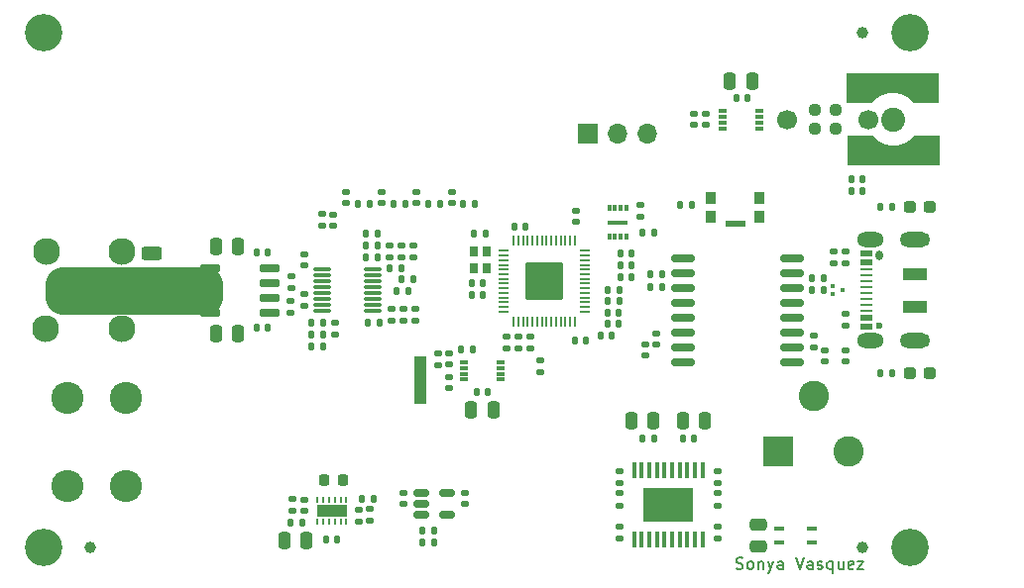
<source format=gts>
G04 #@! TF.GenerationSoftware,KiCad,Pcbnew,7.0.6-7.0.6~ubuntu20.04.1*
G04 #@! TF.CreationDate,2023-10-16T12:06:56-07:00*
G04 #@! TF.ProjectId,harp_lick_detector_capactive,68617270-5f6c-4696-936b-5f6465746563,rev?*
G04 #@! TF.SameCoordinates,PX640a5a0PY7088980*
G04 #@! TF.FileFunction,Soldermask,Top*
G04 #@! TF.FilePolarity,Negative*
%FSLAX46Y46*%
G04 Gerber Fmt 4.6, Leading zero omitted, Abs format (unit mm)*
G04 Created by KiCad (PCBNEW 7.0.6-7.0.6~ubuntu20.04.1) date 2023-10-16 12:06:56*
%MOMM*%
%LPD*%
G01*
G04 APERTURE LIST*
G04 Aperture macros list*
%AMRoundRect*
0 Rectangle with rounded corners*
0 $1 Rounding radius*
0 $2 $3 $4 $5 $6 $7 $8 $9 X,Y pos of 4 corners*
0 Add a 4 corners polygon primitive as box body*
4,1,4,$2,$3,$4,$5,$6,$7,$8,$9,$2,$3,0*
0 Add four circle primitives for the rounded corners*
1,1,$1+$1,$2,$3*
1,1,$1+$1,$4,$5*
1,1,$1+$1,$6,$7*
1,1,$1+$1,$8,$9*
0 Add four rect primitives between the rounded corners*
20,1,$1+$1,$2,$3,$4,$5,0*
20,1,$1+$1,$4,$5,$6,$7,0*
20,1,$1+$1,$6,$7,$8,$9,0*
20,1,$1+$1,$8,$9,$2,$3,0*%
%AMFreePoly0*
4,1,40,6.515355,1.015355,6.530000,0.980000,6.530000,-1.460000,6.515355,-1.495355,6.480000,-1.510000,4.370000,-1.510000,4.367882,-1.509122,4.365698,-1.509814,4.350485,-1.501916,4.334645,-1.495355,4.333768,-1.493237,4.331734,-1.492182,4.233315,-1.375157,4.010127,-1.166713,3.760982,-0.990847,3.490207,-0.850543,3.202844,-0.748414,2.904254,-0.686367,2.599999,-0.665555,2.295745,-0.686367,
1.997154,-0.748415,1.709792,-0.850543,1.439022,-0.990844,1.189872,-1.166713,0.966684,-1.375157,0.868266,-1.492182,0.866231,-1.493237,0.865355,-1.495355,0.849514,-1.501916,0.834302,-1.509814,0.832117,-1.509122,0.830000,-1.510000,-1.280000,-1.510000,-1.315355,-1.495355,-1.330000,-1.460000,-1.330000,0.980000,-1.315355,1.015355,-1.280000,1.030000,6.480000,1.030000,6.515355,1.015355,
6.515355,1.015355,$1*%
G04 Aperture macros list end*
%ADD10C,3.000000*%
%ADD11C,0.150000*%
%ADD12C,2.200000*%
%ADD13C,2.300000*%
%ADD14RoundRect,0.140000X-0.140000X-0.170000X0.140000X-0.170000X0.140000X0.170000X-0.140000X0.170000X0*%
%ADD15RoundRect,0.135000X0.185000X-0.135000X0.185000X0.135000X-0.185000X0.135000X-0.185000X-0.135000X0*%
%ADD16RoundRect,0.237500X0.287500X0.237500X-0.287500X0.237500X-0.287500X-0.237500X0.287500X-0.237500X0*%
%ADD17RoundRect,0.140000X0.140000X0.170000X-0.140000X0.170000X-0.140000X-0.170000X0.140000X-0.170000X0*%
%ADD18R,2.600000X2.600000*%
%ADD19C,2.600000*%
%ADD20RoundRect,0.140000X-0.170000X0.140000X-0.170000X-0.140000X0.170000X-0.140000X0.170000X0.140000X0*%
%ADD21RoundRect,0.250000X-0.475000X0.250000X-0.475000X-0.250000X0.475000X-0.250000X0.475000X0.250000X0*%
%ADD22RoundRect,0.135000X0.135000X0.185000X-0.135000X0.185000X-0.135000X-0.185000X0.135000X-0.185000X0*%
%ADD23RoundRect,0.135000X-0.185000X0.135000X-0.185000X-0.135000X0.185000X-0.135000X0.185000X0.135000X0*%
%ADD24RoundRect,0.135000X-0.135000X-0.185000X0.135000X-0.185000X0.135000X0.185000X-0.135000X0.185000X0*%
%ADD25R,0.300000X0.300000*%
%ADD26RoundRect,0.250000X-0.625000X0.312500X-0.625000X-0.312500X0.625000X-0.312500X0.625000X0.312500X0*%
%ADD27RoundRect,0.140000X0.170000X-0.140000X0.170000X0.140000X-0.170000X0.140000X-0.170000X-0.140000X0*%
%ADD28R,0.250000X0.500000*%
%ADD29R,2.650000X1.000000*%
%ADD30RoundRect,0.250000X-0.250000X-0.475000X0.250000X-0.475000X0.250000X0.475000X-0.250000X0.475000X0*%
%ADD31RoundRect,0.250000X0.250000X0.475000X-0.250000X0.475000X-0.250000X-0.475000X0.250000X-0.475000X0*%
%ADD32RoundRect,0.150000X-0.725000X-0.150000X0.725000X-0.150000X0.725000X0.150000X-0.725000X0.150000X0*%
%ADD33R,0.800000X0.300000*%
%ADD34C,3.200000*%
%ADD35RoundRect,0.050000X-0.050000X0.387500X-0.050000X-0.387500X0.050000X-0.387500X0.050000X0.387500X0*%
%ADD36RoundRect,0.050000X-0.387500X0.050000X-0.387500X-0.050000X0.387500X-0.050000X0.387500X0.050000X0*%
%ADD37RoundRect,0.144000X-1.456000X1.456000X-1.456000X-1.456000X1.456000X-1.456000X1.456000X1.456000X0*%
%ADD38RoundRect,0.237500X-0.250000X-0.237500X0.250000X-0.237500X0.250000X0.237500X-0.250000X0.237500X0*%
%ADD39C,0.600000*%
%ADD40R,2.000000X1.000000*%
%ADD41O,0.600000X0.850000*%
%ADD42R,1.000000X0.520000*%
%ADD43R,1.000000X0.270000*%
%ADD44O,2.300000X1.300000*%
%ADD45O,2.600000X1.300000*%
%ADD46R,0.900000X1.000000*%
%ADD47R,1.700000X0.550000*%
%ADD48RoundRect,0.075000X-0.650000X-0.075000X0.650000X-0.075000X0.650000X0.075000X-0.650000X0.075000X0*%
%ADD49R,0.800000X0.900000*%
%ADD50RoundRect,0.147500X-0.172500X0.147500X-0.172500X-0.147500X0.172500X-0.147500X0.172500X0.147500X0*%
%ADD51C,1.000000*%
%ADD52RoundRect,0.150000X0.875000X0.150000X-0.875000X0.150000X-0.875000X-0.150000X0.875000X-0.150000X0*%
%ADD53C,2.050000*%
%ADD54FreePoly0,180.000000*%
%ADD55FreePoly0,0.000000*%
%ADD56RoundRect,0.147500X0.147500X0.172500X-0.147500X0.172500X-0.147500X-0.172500X0.147500X-0.172500X0*%
%ADD57R,0.450000X1.450000*%
%ADD58R,4.200000X3.000000*%
%ADD59RoundRect,0.160000X-0.197500X-0.160000X0.197500X-0.160000X0.197500X0.160000X-0.197500X0.160000X0*%
%ADD60C,2.750000*%
%ADD61RoundRect,0.225000X-0.225000X-0.250000X0.225000X-0.250000X0.225000X0.250000X-0.225000X0.250000X0*%
%ADD62R,1.700000X1.700000*%
%ADD63O,1.700000X1.700000*%
%ADD64R,0.300000X0.600000*%
%ADD65R,1.700000X0.300000*%
%ADD66RoundRect,0.100000X0.350000X0.100000X-0.350000X0.100000X-0.350000X-0.100000X0.350000X-0.100000X0*%
%ADD67RoundRect,0.150000X-0.512500X-0.150000X0.512500X-0.150000X0.512500X0.150000X-0.512500X0.150000X0*%
%ADD68R,1.000000X4.100000*%
%ADD69C,0.950000*%
%ADD70C,1.700000*%
G04 APERTURE END LIST*
D10*
X4650000Y25550000D02*
X16800000Y25550000D01*
X16800000Y24450000D01*
X4650000Y24450000D01*
X4650000Y25550000D01*
G36*
X4650000Y25550000D02*
G01*
X16800000Y25550000D01*
X16800000Y24450000D01*
X4650000Y24450000D01*
X4650000Y25550000D01*
G37*
D11*
X62189160Y1177800D02*
X62332017Y1130181D01*
X62332017Y1130181D02*
X62570112Y1130181D01*
X62570112Y1130181D02*
X62665350Y1177800D01*
X62665350Y1177800D02*
X62712969Y1225420D01*
X62712969Y1225420D02*
X62760588Y1320658D01*
X62760588Y1320658D02*
X62760588Y1415896D01*
X62760588Y1415896D02*
X62712969Y1511134D01*
X62712969Y1511134D02*
X62665350Y1558753D01*
X62665350Y1558753D02*
X62570112Y1606372D01*
X62570112Y1606372D02*
X62379636Y1653991D01*
X62379636Y1653991D02*
X62284398Y1701610D01*
X62284398Y1701610D02*
X62236779Y1749229D01*
X62236779Y1749229D02*
X62189160Y1844467D01*
X62189160Y1844467D02*
X62189160Y1939705D01*
X62189160Y1939705D02*
X62236779Y2034943D01*
X62236779Y2034943D02*
X62284398Y2082562D01*
X62284398Y2082562D02*
X62379636Y2130181D01*
X62379636Y2130181D02*
X62617731Y2130181D01*
X62617731Y2130181D02*
X62760588Y2082562D01*
X63332017Y1130181D02*
X63236779Y1177800D01*
X63236779Y1177800D02*
X63189160Y1225420D01*
X63189160Y1225420D02*
X63141541Y1320658D01*
X63141541Y1320658D02*
X63141541Y1606372D01*
X63141541Y1606372D02*
X63189160Y1701610D01*
X63189160Y1701610D02*
X63236779Y1749229D01*
X63236779Y1749229D02*
X63332017Y1796848D01*
X63332017Y1796848D02*
X63474874Y1796848D01*
X63474874Y1796848D02*
X63570112Y1749229D01*
X63570112Y1749229D02*
X63617731Y1701610D01*
X63617731Y1701610D02*
X63665350Y1606372D01*
X63665350Y1606372D02*
X63665350Y1320658D01*
X63665350Y1320658D02*
X63617731Y1225420D01*
X63617731Y1225420D02*
X63570112Y1177800D01*
X63570112Y1177800D02*
X63474874Y1130181D01*
X63474874Y1130181D02*
X63332017Y1130181D01*
X64093922Y1796848D02*
X64093922Y1130181D01*
X64093922Y1701610D02*
X64141541Y1749229D01*
X64141541Y1749229D02*
X64236779Y1796848D01*
X64236779Y1796848D02*
X64379636Y1796848D01*
X64379636Y1796848D02*
X64474874Y1749229D01*
X64474874Y1749229D02*
X64522493Y1653991D01*
X64522493Y1653991D02*
X64522493Y1130181D01*
X64903446Y1796848D02*
X65141541Y1130181D01*
X65379636Y1796848D02*
X65141541Y1130181D01*
X65141541Y1130181D02*
X65046303Y892086D01*
X65046303Y892086D02*
X64998684Y844467D01*
X64998684Y844467D02*
X64903446Y796848D01*
X66189160Y1130181D02*
X66189160Y1653991D01*
X66189160Y1653991D02*
X66141541Y1749229D01*
X66141541Y1749229D02*
X66046303Y1796848D01*
X66046303Y1796848D02*
X65855827Y1796848D01*
X65855827Y1796848D02*
X65760589Y1749229D01*
X66189160Y1177800D02*
X66093922Y1130181D01*
X66093922Y1130181D02*
X65855827Y1130181D01*
X65855827Y1130181D02*
X65760589Y1177800D01*
X65760589Y1177800D02*
X65712970Y1273039D01*
X65712970Y1273039D02*
X65712970Y1368277D01*
X65712970Y1368277D02*
X65760589Y1463515D01*
X65760589Y1463515D02*
X65855827Y1511134D01*
X65855827Y1511134D02*
X66093922Y1511134D01*
X66093922Y1511134D02*
X66189160Y1558753D01*
X67284399Y2130181D02*
X67617732Y1130181D01*
X67617732Y1130181D02*
X67951065Y2130181D01*
X68712970Y1130181D02*
X68712970Y1653991D01*
X68712970Y1653991D02*
X68665351Y1749229D01*
X68665351Y1749229D02*
X68570113Y1796848D01*
X68570113Y1796848D02*
X68379637Y1796848D01*
X68379637Y1796848D02*
X68284399Y1749229D01*
X68712970Y1177800D02*
X68617732Y1130181D01*
X68617732Y1130181D02*
X68379637Y1130181D01*
X68379637Y1130181D02*
X68284399Y1177800D01*
X68284399Y1177800D02*
X68236780Y1273039D01*
X68236780Y1273039D02*
X68236780Y1368277D01*
X68236780Y1368277D02*
X68284399Y1463515D01*
X68284399Y1463515D02*
X68379637Y1511134D01*
X68379637Y1511134D02*
X68617732Y1511134D01*
X68617732Y1511134D02*
X68712970Y1558753D01*
X69141542Y1177800D02*
X69236780Y1130181D01*
X69236780Y1130181D02*
X69427256Y1130181D01*
X69427256Y1130181D02*
X69522494Y1177800D01*
X69522494Y1177800D02*
X69570113Y1273039D01*
X69570113Y1273039D02*
X69570113Y1320658D01*
X69570113Y1320658D02*
X69522494Y1415896D01*
X69522494Y1415896D02*
X69427256Y1463515D01*
X69427256Y1463515D02*
X69284399Y1463515D01*
X69284399Y1463515D02*
X69189161Y1511134D01*
X69189161Y1511134D02*
X69141542Y1606372D01*
X69141542Y1606372D02*
X69141542Y1653991D01*
X69141542Y1653991D02*
X69189161Y1749229D01*
X69189161Y1749229D02*
X69284399Y1796848D01*
X69284399Y1796848D02*
X69427256Y1796848D01*
X69427256Y1796848D02*
X69522494Y1749229D01*
X70427256Y1796848D02*
X70427256Y796848D01*
X70427256Y1177800D02*
X70332018Y1130181D01*
X70332018Y1130181D02*
X70141542Y1130181D01*
X70141542Y1130181D02*
X70046304Y1177800D01*
X70046304Y1177800D02*
X69998685Y1225420D01*
X69998685Y1225420D02*
X69951066Y1320658D01*
X69951066Y1320658D02*
X69951066Y1606372D01*
X69951066Y1606372D02*
X69998685Y1701610D01*
X69998685Y1701610D02*
X70046304Y1749229D01*
X70046304Y1749229D02*
X70141542Y1796848D01*
X70141542Y1796848D02*
X70332018Y1796848D01*
X70332018Y1796848D02*
X70427256Y1749229D01*
X71332018Y1796848D02*
X71332018Y1130181D01*
X70903447Y1796848D02*
X70903447Y1273039D01*
X70903447Y1273039D02*
X70951066Y1177800D01*
X70951066Y1177800D02*
X71046304Y1130181D01*
X71046304Y1130181D02*
X71189161Y1130181D01*
X71189161Y1130181D02*
X71284399Y1177800D01*
X71284399Y1177800D02*
X71332018Y1225420D01*
X72189161Y1177800D02*
X72093923Y1130181D01*
X72093923Y1130181D02*
X71903447Y1130181D01*
X71903447Y1130181D02*
X71808209Y1177800D01*
X71808209Y1177800D02*
X71760590Y1273039D01*
X71760590Y1273039D02*
X71760590Y1653991D01*
X71760590Y1653991D02*
X71808209Y1749229D01*
X71808209Y1749229D02*
X71903447Y1796848D01*
X71903447Y1796848D02*
X72093923Y1796848D01*
X72093923Y1796848D02*
X72189161Y1749229D01*
X72189161Y1749229D02*
X72236780Y1653991D01*
X72236780Y1653991D02*
X72236780Y1558753D01*
X72236780Y1558753D02*
X71760590Y1463515D01*
X72570114Y1796848D02*
X73093923Y1796848D01*
X73093923Y1796848D02*
X72570114Y1130181D01*
X72570114Y1130181D02*
X73093923Y1130181D01*
D12*
G04 #@! TO.C,J3*
X7000000Y25000000D03*
X4460000Y25000000D03*
D13*
X3190000Y21723400D03*
X9743200Y21723400D03*
X3310000Y28276600D03*
X9743200Y28276600D03*
G04 #@! TD*
D14*
G04 #@! TO.C,C6*
X39620000Y24600000D03*
X40580000Y24600000D03*
G04 #@! TD*
G04 #@! TO.C,C30*
X25920000Y22200000D03*
X26880000Y22200000D03*
G04 #@! TD*
D15*
G04 #@! TO.C,R28*
X43600000Y19990000D03*
X43600000Y21010000D03*
G04 #@! TD*
G04 #@! TO.C,R24*
X34600000Y27790000D03*
X34600000Y28810000D03*
G04 #@! TD*
D16*
G04 #@! TO.C,D1*
X78775000Y17900000D03*
X77025000Y17900000D03*
G04 #@! TD*
D14*
G04 #@! TO.C,C21*
X21220000Y21800000D03*
X22180000Y21800000D03*
G04 #@! TD*
D17*
G04 #@! TO.C,C19*
X49380000Y20700000D03*
X48420000Y20700000D03*
G04 #@! TD*
D15*
G04 #@! TO.C,R40*
X60600000Y6590000D03*
X60600000Y7610000D03*
G04 #@! TD*
G04 #@! TO.C,R44*
X42600000Y19990000D03*
X42600000Y21010000D03*
G04 #@! TD*
D14*
G04 #@! TO.C,C9*
X51220000Y23100000D03*
X52180000Y23100000D03*
G04 #@! TD*
D18*
G04 #@! TO.C,J6*
X65800000Y11250000D03*
D19*
X71800000Y11250000D03*
X68800000Y15950000D03*
G04 #@! TD*
D17*
G04 #@! TO.C,C27*
X36380000Y3455000D03*
X35420000Y3455000D03*
G04 #@! TD*
D20*
G04 #@! TO.C,C38*
X34800000Y23380000D03*
X34800000Y22420000D03*
G04 #@! TD*
D21*
G04 #@! TO.C,C45*
X64100000Y4950000D03*
X64100000Y3050000D03*
G04 #@! TD*
D22*
G04 #@! TO.C,R26*
X33610000Y26900000D03*
X32590000Y26900000D03*
G04 #@! TD*
D23*
G04 #@! TO.C,R38*
X60600000Y9510000D03*
X60600000Y8490000D03*
G04 #@! TD*
G04 #@! TO.C,R21*
X33800000Y23410000D03*
X33800000Y22390000D03*
G04 #@! TD*
D14*
G04 #@! TO.C,C13*
X43220000Y30400000D03*
X44180000Y30400000D03*
G04 #@! TD*
D24*
G04 #@! TO.C,R11*
X51190000Y24100000D03*
X52210000Y24100000D03*
G04 #@! TD*
D14*
G04 #@! TO.C,C8*
X72020000Y33500000D03*
X72980000Y33500000D03*
G04 #@! TD*
D25*
G04 #@! TO.C,U2*
X70475000Y25350000D03*
X70475000Y24650000D03*
X71325000Y25000000D03*
G04 #@! TD*
D17*
G04 #@! TO.C,C41*
X28130000Y3650000D03*
X27170000Y3650000D03*
G04 #@! TD*
D15*
G04 #@! TO.C,R29*
X44600000Y19990000D03*
X44600000Y21010000D03*
G04 #@! TD*
D23*
G04 #@! TO.C,R39*
X52200000Y9510000D03*
X52200000Y8490000D03*
G04 #@! TD*
D26*
G04 #@! TO.C,R14*
X12300000Y28150000D03*
X12300000Y25225000D03*
G04 #@! TD*
D27*
G04 #@! TO.C,C28*
X39000000Y6720000D03*
X39000000Y7680000D03*
G04 #@! TD*
G04 #@! TO.C,C56*
X71500000Y18920000D03*
X71500000Y19880000D03*
G04 #@! TD*
D28*
G04 #@! TO.C,U11*
X28900000Y7100000D03*
X28400000Y7100000D03*
X27900000Y7100000D03*
X27400000Y7100000D03*
X26900000Y7100000D03*
X26400000Y7100000D03*
X26400000Y5200000D03*
X26900000Y5200000D03*
X27400000Y5200000D03*
X27900000Y5200000D03*
X28400000Y5200000D03*
X28900000Y5200000D03*
D29*
X27650000Y6150000D03*
G04 #@! TD*
D30*
G04 #@! TO.C,C22*
X17750000Y28700000D03*
X19650000Y28700000D03*
G04 #@! TD*
D31*
G04 #@! TO.C,C40*
X25480000Y3550000D03*
X23580000Y3550000D03*
G04 #@! TD*
D27*
G04 #@! TO.C,C54*
X59600000Y39120000D03*
X59600000Y40080000D03*
G04 #@! TD*
D15*
G04 #@! TO.C,R3*
X70500000Y27290000D03*
X70500000Y28310000D03*
G04 #@! TD*
D20*
G04 #@! TO.C,C24*
X25300000Y28080000D03*
X25300000Y27120000D03*
G04 #@! TD*
D32*
G04 #@! TO.C,U7*
X17225000Y26905000D03*
X17225000Y25635000D03*
X17225000Y24365000D03*
X17225000Y23095000D03*
X22375000Y23095000D03*
X22375000Y24365000D03*
X22375000Y25635000D03*
X22375000Y26905000D03*
G04 #@! TD*
D33*
G04 #@! TO.C,U1*
X61050000Y40350000D03*
X61050000Y39850000D03*
X61050000Y39350000D03*
X61050000Y38850000D03*
X64150000Y38850000D03*
X64150000Y39350000D03*
X64150000Y39850000D03*
X64150000Y40350000D03*
G04 #@! TD*
D22*
G04 #@! TO.C,R47*
X34610000Y25900000D03*
X33590000Y25900000D03*
G04 #@! TD*
D34*
G04 #@! TO.C,REF\u002A\u002A*
X77000000Y3000000D03*
G04 #@! TD*
D23*
G04 #@! TO.C,R46*
X24200000Y26210000D03*
X24200000Y25190000D03*
G04 #@! TD*
D35*
G04 #@! TO.C,U4*
X48400000Y29200000D03*
X48000000Y29200000D03*
X47600000Y29200000D03*
X47200000Y29200000D03*
X46800000Y29200000D03*
X46400000Y29200000D03*
X46000000Y29200000D03*
X45600000Y29200000D03*
X45200000Y29200000D03*
X44800000Y29200000D03*
X44400000Y29200000D03*
X44000000Y29200000D03*
X43600000Y29200000D03*
X43200000Y29200000D03*
D36*
X42362500Y28362500D03*
X42362500Y27962500D03*
X42362500Y27562500D03*
X42362500Y27162500D03*
X42362500Y26762500D03*
X42362500Y26362500D03*
X42362500Y25962500D03*
X42362500Y25562500D03*
X42362500Y25162500D03*
X42362500Y24762500D03*
X42362500Y24362500D03*
X42362500Y23962500D03*
X42362500Y23562500D03*
X42362500Y23162500D03*
D35*
X43200000Y22325000D03*
X43600000Y22325000D03*
X44000000Y22325000D03*
X44400000Y22325000D03*
X44800000Y22325000D03*
X45200000Y22325000D03*
X45600000Y22325000D03*
X46000000Y22325000D03*
X46400000Y22325000D03*
X46800000Y22325000D03*
X47200000Y22325000D03*
X47600000Y22325000D03*
X48000000Y22325000D03*
X48400000Y22325000D03*
D36*
X49237500Y23162500D03*
X49237500Y23562500D03*
X49237500Y23962500D03*
X49237500Y24362500D03*
X49237500Y24762500D03*
X49237500Y25162500D03*
X49237500Y25562500D03*
X49237500Y25962500D03*
X49237500Y26362500D03*
X49237500Y26762500D03*
X49237500Y27162500D03*
X49237500Y27562500D03*
X49237500Y27962500D03*
X49237500Y28362500D03*
D37*
X45800000Y25762500D03*
G04 #@! TD*
D34*
G04 #@! TO.C,REF\u002A\u002A*
X77000000Y47000000D03*
G04 #@! TD*
D27*
G04 #@! TO.C,C3*
X55400000Y20320000D03*
X55400000Y21280000D03*
G04 #@! TD*
D38*
G04 #@! TO.C,R30*
X68887500Y40400000D03*
X70712500Y40400000D03*
G04 #@! TD*
D39*
G04 #@! TO.C,J5*
X74400000Y22000000D03*
D40*
X77500000Y23600000D03*
X77500000Y26400000D03*
D41*
X74400000Y28000000D03*
D42*
X73300000Y21900000D03*
X73300000Y22650000D03*
D43*
X73300000Y23250000D03*
X73300000Y24750000D03*
X73300000Y25750000D03*
X73300000Y26750000D03*
D42*
X73300000Y27350000D03*
X73300000Y28100000D03*
X73300000Y28100000D03*
X73300000Y27350000D03*
D43*
X73300000Y26250000D03*
X73300000Y25250000D03*
X73300000Y24250000D03*
X73300000Y23750000D03*
D42*
X73300000Y22650000D03*
X73300000Y21900000D03*
D44*
X73675000Y20680000D03*
D45*
X77500000Y20680000D03*
D44*
X73675000Y29320000D03*
D45*
X77500000Y29320000D03*
G04 #@! TD*
D22*
G04 #@! TO.C,R22*
X31710000Y22200000D03*
X30690000Y22200000D03*
G04 #@! TD*
D31*
G04 #@! TO.C,C23*
X19650000Y21300000D03*
X17750000Y21300000D03*
G04 #@! TD*
D22*
G04 #@! TO.C,R7*
X55910000Y25300000D03*
X54890000Y25300000D03*
G04 #@! TD*
D46*
G04 #@! TO.C,SW1*
X60050000Y31300000D03*
X60050000Y32900000D03*
X64150000Y32900000D03*
X64150000Y31300000D03*
D47*
X62100000Y30675000D03*
G04 #@! TD*
D27*
G04 #@! TO.C,C2*
X68800000Y20120000D03*
X68800000Y21080000D03*
G04 #@! TD*
D22*
G04 #@! TO.C,R17*
X33910000Y32400000D03*
X32890000Y32400000D03*
G04 #@! TD*
D48*
G04 #@! TO.C,U6*
X26850000Y26750000D03*
X26850000Y26250000D03*
X26850000Y25750000D03*
X26850000Y25250000D03*
X26850000Y24750000D03*
X26850000Y24250000D03*
X26850000Y23750000D03*
X26850000Y23250000D03*
X31150000Y23250000D03*
X31150000Y23750000D03*
X31150000Y24250000D03*
X31150000Y24750000D03*
X31150000Y25250000D03*
X31150000Y25750000D03*
X31150000Y26250000D03*
X31150000Y26750000D03*
G04 #@! TD*
D15*
G04 #@! TO.C,R32*
X30900000Y5240000D03*
X30900000Y6260000D03*
G04 #@! TD*
D34*
G04 #@! TO.C,REF\u002A\u002A*
X3000000Y47000000D03*
G04 #@! TD*
D49*
G04 #@! TO.C,X1*
X39750000Y28300000D03*
X39750000Y26900000D03*
X40850000Y26900000D03*
X40850000Y28300000D03*
G04 #@! TD*
D27*
G04 #@! TO.C,C52*
X37700000Y18620000D03*
X37700000Y19580000D03*
G04 #@! TD*
D22*
G04 #@! TO.C,R6*
X55910000Y26400000D03*
X54890000Y26400000D03*
G04 #@! TD*
D24*
G04 #@! TO.C,R12*
X74490000Y17900000D03*
X75510000Y17900000D03*
G04 #@! TD*
D27*
G04 #@! TO.C,C50*
X37700000Y16620000D03*
X37700000Y17580000D03*
G04 #@! TD*
D50*
G04 #@! TO.C,D3*
X71500000Y28285000D03*
X71500000Y27315000D03*
G04 #@! TD*
D17*
G04 #@! TO.C,C14*
X53280000Y26100000D03*
X52320000Y26100000D03*
G04 #@! TD*
D27*
G04 #@! TO.C,C44*
X25350000Y6120000D03*
X25350000Y7080000D03*
G04 #@! TD*
D23*
G04 #@! TO.C,R52*
X32800000Y23410000D03*
X32800000Y22390000D03*
G04 #@! TD*
D34*
G04 #@! TO.C,REF\u002A\u002A*
X3000000Y3000000D03*
G04 #@! TD*
D22*
G04 #@! TO.C,R4*
X69710000Y26000000D03*
X68690000Y26000000D03*
G04 #@! TD*
D16*
G04 #@! TO.C,D2*
X78775000Y32100000D03*
X77025000Y32100000D03*
G04 #@! TD*
D17*
G04 #@! TO.C,C18*
X53280000Y27100000D03*
X52320000Y27100000D03*
G04 #@! TD*
D14*
G04 #@! TO.C,C10*
X51220000Y22100000D03*
X52180000Y22100000D03*
G04 #@! TD*
D23*
G04 #@! TO.C,R27*
X25300000Y24710000D03*
X25300000Y23690000D03*
G04 #@! TD*
G04 #@! TO.C,R18*
X24100000Y24110000D03*
X24100000Y23090000D03*
G04 #@! TD*
D22*
G04 #@! TO.C,R5*
X69710000Y25000000D03*
X68690000Y25000000D03*
G04 #@! TD*
D27*
G04 #@! TO.C,C59*
X33800000Y6700000D03*
X33800000Y7660000D03*
G04 #@! TD*
D22*
G04 #@! TO.C,R16*
X36910000Y32400000D03*
X35890000Y32400000D03*
G04 #@! TD*
D31*
G04 #@! TO.C,C48*
X55150000Y13800000D03*
X53250000Y13800000D03*
G04 #@! TD*
D24*
G04 #@! TO.C,R23*
X30590000Y29800000D03*
X31610000Y29800000D03*
G04 #@! TD*
D14*
G04 #@! TO.C,C51*
X40020000Y16300000D03*
X40980000Y16300000D03*
G04 #@! TD*
D20*
G04 #@! TO.C,C37*
X69800000Y19880000D03*
X69800000Y18920000D03*
G04 #@! TD*
D23*
G04 #@! TO.C,R9*
X54000000Y32310000D03*
X54000000Y31290000D03*
G04 #@! TD*
D51*
G04 #@! TO.C,FID2*
X73000000Y3000000D03*
G04 #@! TD*
D17*
G04 #@! TO.C,C1*
X55180000Y29900000D03*
X54220000Y29900000D03*
G04 #@! TD*
D14*
G04 #@! TO.C,C31*
X25920000Y21200000D03*
X26880000Y21200000D03*
G04 #@! TD*
D27*
G04 #@! TO.C,C35*
X37900000Y32420000D03*
X37900000Y33380000D03*
G04 #@! TD*
D31*
G04 #@! TO.C,C11*
X41450000Y14800000D03*
X39550000Y14800000D03*
G04 #@! TD*
G04 #@! TO.C,C39*
X63550000Y42900000D03*
X61650000Y42900000D03*
G04 #@! TD*
D15*
G04 #@! TO.C,R41*
X52200000Y6590000D03*
X52200000Y7610000D03*
G04 #@! TD*
D20*
G04 #@! TO.C,C12*
X48500000Y31780000D03*
X48500000Y30820000D03*
G04 #@! TD*
D14*
G04 #@! TO.C,C15*
X39620000Y25600000D03*
X40580000Y25600000D03*
G04 #@! TD*
D52*
G04 #@! TO.C,U3*
X66950000Y18855000D03*
X66950000Y20125000D03*
X66950000Y21395000D03*
X66950000Y22665000D03*
X66950000Y23935000D03*
X66950000Y25205000D03*
X66950000Y26475000D03*
X66950000Y27745000D03*
X57650000Y27745000D03*
X57650000Y26475000D03*
X57650000Y25205000D03*
X57650000Y23935000D03*
X57650000Y22665000D03*
X57650000Y21395000D03*
X57650000Y20125000D03*
X57650000Y18855000D03*
G04 #@! TD*
D14*
G04 #@! TO.C,C46*
X57620000Y12300000D03*
X58580000Y12300000D03*
G04 #@! TD*
G04 #@! TO.C,C55*
X62220000Y41400000D03*
X63180000Y41400000D03*
G04 #@! TD*
D27*
G04 #@! TO.C,C57*
X31900000Y32420000D03*
X31900000Y33380000D03*
G04 #@! TD*
D14*
G04 #@! TO.C,C26*
X35420000Y4455000D03*
X36380000Y4455000D03*
G04 #@! TD*
D17*
G04 #@! TO.C,C47*
X55180000Y12300000D03*
X54220000Y12300000D03*
G04 #@! TD*
D33*
G04 #@! TO.C,U13*
X42050000Y17350000D03*
X42050000Y17850000D03*
X42050000Y18350000D03*
X42050000Y18850000D03*
X38950000Y18850000D03*
X38950000Y18350000D03*
X38950000Y17850000D03*
X38950000Y17350000D03*
G04 #@! TD*
D22*
G04 #@! TO.C,R8*
X39910000Y32400000D03*
X38890000Y32400000D03*
G04 #@! TD*
D53*
G04 #@! TO.C,J7*
X75600000Y39600000D03*
D54*
X78200000Y36700000D03*
D55*
X73000000Y42500000D03*
G04 #@! TD*
D27*
G04 #@! TO.C,C16*
X45500000Y18020000D03*
X45500000Y18980000D03*
G04 #@! TD*
D15*
G04 #@! TO.C,R37*
X52200000Y3790000D03*
X52200000Y4810000D03*
G04 #@! TD*
D24*
G04 #@! TO.C,R10*
X51190000Y25050000D03*
X52210000Y25050000D03*
G04 #@! TD*
D20*
G04 #@! TO.C,C34*
X33600000Y28780000D03*
X33600000Y27820000D03*
G04 #@! TD*
D24*
G04 #@! TO.C,R49*
X30590000Y28800000D03*
X31610000Y28800000D03*
G04 #@! TD*
D17*
G04 #@! TO.C,C17*
X51580000Y21100000D03*
X50620000Y21100000D03*
G04 #@! TD*
D24*
G04 #@! TO.C,R13*
X74490000Y32100000D03*
X75510000Y32100000D03*
G04 #@! TD*
D56*
G04 #@! TO.C,D4*
X72985000Y34500000D03*
X72015000Y34500000D03*
G04 #@! TD*
D23*
G04 #@! TO.C,R2*
X71500000Y23010000D03*
X71500000Y21990000D03*
G04 #@! TD*
D17*
G04 #@! TO.C,C20*
X22180000Y28200000D03*
X21220000Y28200000D03*
G04 #@! TD*
D57*
G04 #@! TO.C,U12*
X59325000Y9612500D03*
X58675000Y9612500D03*
X58025000Y9612500D03*
X57375000Y9612500D03*
X56725000Y9612500D03*
X56075000Y9612500D03*
X55425000Y9612500D03*
X54775000Y9612500D03*
X54125000Y9612500D03*
X53475000Y9612500D03*
X53475000Y3712500D03*
X54125000Y3712500D03*
X54775000Y3712500D03*
X55425000Y3712500D03*
X56075000Y3712500D03*
X56725000Y3712500D03*
X57375000Y3712500D03*
X58025000Y3712500D03*
X58675000Y3712500D03*
X59325000Y3712500D03*
D58*
X56400000Y6662500D03*
G04 #@! TD*
D59*
G04 #@! TO.C,R15*
X14200000Y25700000D03*
X15395000Y25700000D03*
G04 #@! TD*
D22*
G04 #@! TO.C,R34*
X31210000Y7150000D03*
X30190000Y7150000D03*
G04 #@! TD*
D20*
G04 #@! TO.C,C53*
X58600000Y40080000D03*
X58600000Y39120000D03*
G04 #@! TD*
D60*
G04 #@! TO.C,H1*
X10100000Y15750000D03*
X5100000Y15750000D03*
X10100000Y8250000D03*
X5100000Y8250000D03*
G04 #@! TD*
D61*
G04 #@! TO.C,C42*
X27025000Y8750000D03*
X28575000Y8750000D03*
G04 #@! TD*
D24*
G04 #@! TO.C,R35*
X24090000Y5150000D03*
X25110000Y5150000D03*
G04 #@! TD*
D22*
G04 #@! TO.C,R19*
X26910000Y20200000D03*
X25890000Y20200000D03*
G04 #@! TD*
D20*
G04 #@! TO.C,C5*
X54400000Y20380000D03*
X54400000Y19420000D03*
G04 #@! TD*
D15*
G04 #@! TO.C,R20*
X27900000Y21190000D03*
X27900000Y22210000D03*
G04 #@! TD*
D38*
G04 #@! TO.C,R31*
X68887500Y38800000D03*
X70712500Y38800000D03*
G04 #@! TD*
D15*
G04 #@! TO.C,R36*
X60600000Y3790000D03*
X60600000Y4810000D03*
G04 #@! TD*
D20*
G04 #@! TO.C,C43*
X29950000Y6180000D03*
X29950000Y5220000D03*
G04 #@! TD*
D22*
G04 #@! TO.C,R45*
X30910000Y32400000D03*
X29890000Y32400000D03*
G04 #@! TD*
D14*
G04 #@! TO.C,C25*
X33220000Y24900000D03*
X34180000Y24900000D03*
G04 #@! TD*
D30*
G04 #@! TO.C,C49*
X57650000Y13800000D03*
X59550000Y13800000D03*
G04 #@! TD*
D15*
G04 #@! TO.C,R43*
X36700000Y18590000D03*
X36700000Y19610000D03*
G04 #@! TD*
D62*
G04 #@! TO.C,J2*
X49500000Y38400000D03*
D63*
X52040000Y38400000D03*
X54580000Y38400000D03*
G04 #@! TD*
D15*
G04 #@! TO.C,R25*
X26800000Y30490000D03*
X26800000Y31510000D03*
G04 #@! TD*
D51*
G04 #@! TO.C,FID1*
X7000000Y3000000D03*
G04 #@! TD*
D64*
G04 #@! TO.C,U5*
X52850000Y32050000D03*
X52350000Y32050000D03*
X51850000Y32050000D03*
X51350000Y32050000D03*
X51350000Y29550000D03*
X51850000Y29550000D03*
X52350000Y29550000D03*
X52850000Y29550000D03*
D65*
X52100000Y30800000D03*
G04 #@! TD*
D66*
G04 #@! TO.C,L1*
X68700000Y3425000D03*
X68700000Y4575000D03*
X65900000Y4575000D03*
X65900000Y3425000D03*
G04 #@! TD*
D23*
G04 #@! TO.C,R33*
X24300000Y7110000D03*
X24300000Y6090000D03*
G04 #@! TD*
D27*
G04 #@! TO.C,C36*
X34900000Y32420000D03*
X34900000Y33380000D03*
G04 #@! TD*
D24*
G04 #@! TO.C,R48*
X30590000Y27800000D03*
X31610000Y27800000D03*
G04 #@! TD*
D20*
G04 #@! TO.C,C32*
X27800000Y31480000D03*
X27800000Y30520000D03*
G04 #@! TD*
D51*
G04 #@! TO.C,FID3*
X73000000Y47000000D03*
G04 #@! TD*
D67*
G04 #@! TO.C,U8*
X35262500Y7650000D03*
X35262500Y6700000D03*
X35262500Y5750000D03*
X37537500Y5750000D03*
X37537500Y7650000D03*
G04 #@! TD*
D17*
G04 #@! TO.C,C7*
X53280000Y28100000D03*
X52320000Y28100000D03*
G04 #@! TD*
D14*
G04 #@! TO.C,C4*
X39820000Y29800000D03*
X40780000Y29800000D03*
G04 #@! TD*
D20*
G04 #@! TO.C,C33*
X32600000Y28780000D03*
X32600000Y27820000D03*
G04 #@! TD*
D22*
G04 #@! TO.C,R42*
X39710000Y19900000D03*
X38690000Y19900000D03*
G04 #@! TD*
D68*
G04 #@! TO.C,TP1*
X35200000Y17300000D03*
D69*
X35200000Y18750000D03*
G04 #@! TD*
D22*
G04 #@! TO.C,R1*
X58410000Y32300000D03*
X57390000Y32300000D03*
G04 #@! TD*
D27*
G04 #@! TO.C,C58*
X28900000Y32420000D03*
X28900000Y33380000D03*
G04 #@! TD*
D70*
G04 #@! TO.C,J4*
X66500000Y39600000D03*
X73500000Y39600000D03*
G04 #@! TD*
M02*

</source>
